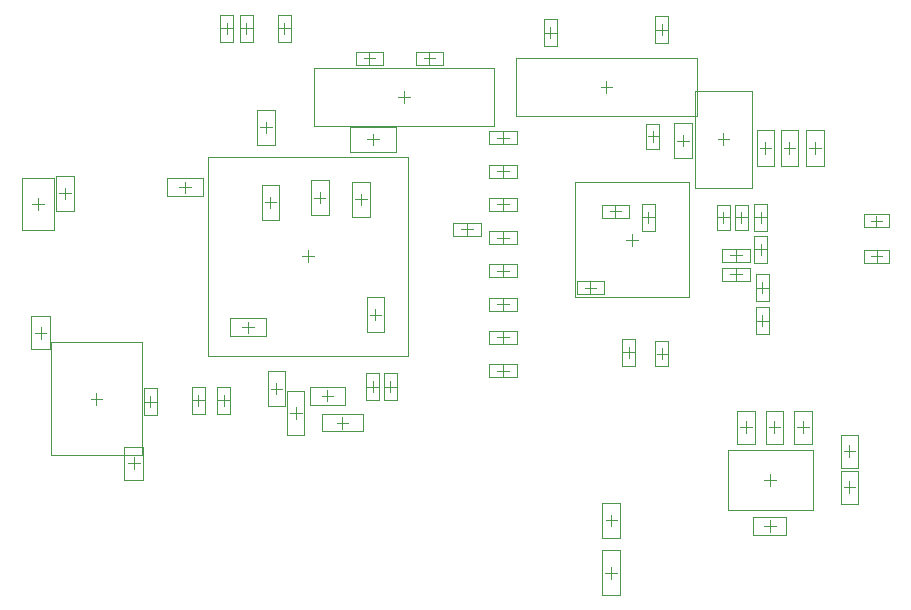
<source format=gbr>
%TF.GenerationSoftware,Altium Limited,Altium Designer,18.1.6 (161)*%
G04 Layer_Color=32768*
%FSLAX26Y26*%
%MOIN*%
%TF.FileFunction,Other,Mechanical_15*%
%TF.Part,Single*%
G01*
G75*
%TA.AperFunction,NonConductor*%
%ADD53C,0.003937*%
%ADD71C,0.001968*%
D53*
X1995315Y2460000D02*
X2034685D01*
X2015000Y2440315D02*
Y2479685D01*
X3727284Y3550000D02*
X3762717D01*
X3745000Y3532283D02*
Y3567716D01*
X4490000Y3250000D02*
Y3285433D01*
X4472283Y3267716D02*
X4507717D01*
X4490591Y3131889D02*
Y3167323D01*
X4472874Y3149606D02*
X4508307D01*
X3585315Y2095000D02*
X3624685D01*
X3605000Y2075315D02*
Y2114685D01*
X1703543Y2875315D02*
Y2914685D01*
X1683858Y2895000D02*
X1723228D01*
X2710000Y2575315D02*
Y2614685D01*
X2690315Y2595000D02*
X2729685D01*
X2534606Y2627520D02*
X2573976D01*
X2554291Y2607835D02*
Y2647205D01*
X4115315Y2250000D02*
X4154685D01*
X4135000Y2230315D02*
Y2269685D01*
X4400000Y2480315D02*
Y2519685D01*
X4380315Y2500000D02*
X4419685D01*
X4400000Y2360315D02*
Y2399685D01*
X4380315Y2380000D02*
X4419685D01*
X4136496Y2385315D02*
Y2424685D01*
X4116811Y2405000D02*
X4156181D01*
X4055000Y2560315D02*
Y2599685D01*
X4035315Y2580000D02*
X4074685D01*
X4150000Y2560315D02*
Y2599685D01*
X4130315Y2580000D02*
X4169685D01*
X4245000Y2560315D02*
Y2599685D01*
X4225315Y2580000D02*
X4264685D01*
X2895315Y3680000D02*
X2934685D01*
X2915000Y3660315D02*
Y3699685D01*
X4040000Y3262283D02*
Y3297716D01*
X4022284Y3280000D02*
X4057717D01*
X1890000Y2655315D02*
Y2694685D01*
X1870315Y2675000D02*
X1909685D01*
X3980000Y3262283D02*
Y3297716D01*
X3962284Y3280000D02*
X3997717D01*
X2595000Y3130000D02*
Y3169370D01*
X2575315Y3149685D02*
X2614685D01*
X3980000Y3520315D02*
Y3559685D01*
X3960315Y3540000D02*
X3999685D01*
X1695000Y3303425D02*
Y3342795D01*
X1675315Y3323110D02*
X1714685D01*
X3655157Y3205000D02*
X3694528D01*
X3674843Y3185315D02*
Y3224685D01*
X3775000Y2807284D02*
Y2842717D01*
X3757283Y2825000D02*
X3792716D01*
X3570315Y3715000D02*
X3609685D01*
X3590000Y3695315D02*
Y3734685D01*
D71*
X1983504Y2404882D02*
Y2515118D01*
X2046496Y2404882D02*
Y2515118D01*
X1983504D02*
X2046496D01*
X1983504Y2404882D02*
X2046496D01*
X3125000Y3221299D02*
Y3258701D01*
X3106299Y3240000D02*
X3143701D01*
X3079724Y3218347D02*
X3170276D01*
X3079724Y3261654D02*
X3170276D01*
Y3218347D02*
Y3261654D01*
X3079724Y3218347D02*
Y3261654D01*
X3245000Y2749685D02*
Y2787086D01*
X3226299Y2768386D02*
X3263701D01*
X3199724Y2746732D02*
X3290276D01*
X3199724Y2790039D02*
X3290276D01*
Y2746732D02*
Y2790039D01*
X3199724Y2746732D02*
Y2790039D01*
X3245000Y2860630D02*
Y2898031D01*
X3226299Y2879331D02*
X3263701D01*
X3199724Y2857677D02*
X3290276D01*
X3199724Y2900984D02*
X3290276D01*
Y2857677D02*
Y2900984D01*
X3199724Y2857677D02*
Y2900984D01*
X3245000Y2971575D02*
Y3008976D01*
X3226299Y2990275D02*
X3263701D01*
X3199724Y2968622D02*
X3290276D01*
X3199724Y3011929D02*
X3290276D01*
Y2968622D02*
Y3011929D01*
X3199724Y2968622D02*
Y3011929D01*
X3245000Y3082519D02*
Y3119921D01*
X3226299Y3101220D02*
X3263701D01*
X3199724Y3079567D02*
X3290276D01*
X3199724Y3122874D02*
X3290276D01*
Y3079567D02*
Y3122874D01*
X3199724Y3079567D02*
Y3122874D01*
X3245000Y3193464D02*
Y3230866D01*
X3226299Y3212165D02*
X3263701D01*
X3199724Y3190512D02*
X3290276D01*
X3199724Y3233819D02*
X3290276D01*
Y3190512D02*
Y3233819D01*
X3199724Y3190512D02*
Y3233819D01*
X3245000Y3304409D02*
Y3341811D01*
X3226299Y3323110D02*
X3263701D01*
X3199724Y3301456D02*
X3290276D01*
X3199724Y3344764D02*
X3290276D01*
Y3301456D02*
Y3344764D01*
X3199724Y3301456D02*
Y3344764D01*
X3245000Y3526299D02*
Y3563701D01*
X3226299Y3545000D02*
X3263701D01*
X3199724Y3523346D02*
X3290276D01*
X3199724Y3566653D02*
X3290276D01*
Y3523346D02*
Y3566653D01*
X3199724Y3523346D02*
Y3566653D01*
X3245000Y3415354D02*
Y3452756D01*
X3226299Y3434055D02*
X3263701D01*
X3199724Y3412401D02*
X3290276D01*
X3199724Y3455709D02*
X3290276D01*
Y3412401D02*
Y3455709D01*
X3199724Y3412401D02*
Y3455709D01*
X3766654Y3508661D02*
Y3591338D01*
X3723347Y3508661D02*
Y3591338D01*
X3766654D01*
X3723347Y3508661D02*
X3766654D01*
X3815472Y3475945D02*
X3874528D01*
X3815472Y3594055D02*
X3874528D01*
X3815472Y3475945D02*
Y3594055D01*
X3874528Y3475945D02*
Y3594055D01*
X3845000Y3516299D02*
Y3553701D01*
X3826299Y3535000D02*
X3863701D01*
X4448661Y3246063D02*
X4531338D01*
X4448661Y3289370D02*
X4531338D01*
Y3246063D02*
Y3289370D01*
X4448661Y3246063D02*
Y3289370D01*
X4449252Y3127952D02*
X4531929D01*
X4449252Y3171260D02*
X4531929D01*
Y3127952D02*
Y3171260D01*
X4449252Y3127952D02*
Y3171260D01*
X3576575Y2210945D02*
X3635630D01*
X3576575Y2329055D02*
X3635630D01*
X3576575Y2210945D02*
Y2329055D01*
X3635630Y2210945D02*
Y2329055D01*
X3606102Y2251299D02*
Y2288701D01*
X3587402Y2270000D02*
X3624803D01*
X3633543Y2020197D02*
Y2169803D01*
X3576457Y2020197D02*
X3633543D01*
X3576457Y2169803D02*
X3633543D01*
X3576457Y2020197D02*
Y2169803D01*
X1672047Y2950118D02*
X1735039D01*
X1672047Y2839882D02*
X1735039D01*
Y2950118D01*
X1672047Y2839882D02*
Y2950118D01*
X2811535Y3521299D02*
Y3558701D01*
X2792834Y3540000D02*
X2830236D01*
X2734764Y3498662D02*
X2888307D01*
X2734764Y3581339D02*
X2888307D01*
X2734764Y3498662D02*
Y3581339D01*
X2888307Y3498662D02*
Y3581339D01*
X2660000Y2666299D02*
Y2703701D01*
X2641299Y2685000D02*
X2678701D01*
X2600945Y2714528D02*
X2719055D01*
X2600945Y2655472D02*
X2719055D01*
X2600945D02*
Y2714528D01*
X2719055Y2655472D02*
Y2714528D01*
X2641102Y2623543D02*
X2778898D01*
Y2566457D02*
Y2623543D01*
X2641102Y2566457D02*
Y2623543D01*
Y2566457D02*
X2778898D01*
X2582835Y2552717D02*
Y2702323D01*
X2525748Y2552717D02*
X2582835D01*
X2525748Y2702323D02*
X2582835D01*
X2525748Y2552717D02*
Y2702323D01*
X2471299Y2708504D02*
X2508701D01*
X2490000Y2689803D02*
Y2727205D01*
X2519528Y2649449D02*
Y2767559D01*
X2460472Y2649449D02*
Y2767559D01*
X2519528D01*
X2460472Y2649449D02*
X2519528D01*
X4079882Y2220472D02*
Y2279528D01*
X4190118Y2220472D02*
Y2279528D01*
X4079882D02*
X4190118D01*
X4079882Y2220472D02*
X4190118D01*
X4370472Y2444882D02*
X4429528D01*
X4370472Y2555118D02*
X4429528D01*
X4370472Y2444882D02*
Y2555118D01*
X4429528Y2444882D02*
Y2555118D01*
X4370472Y2324882D02*
X4429528D01*
X4370472Y2435118D02*
X4429528D01*
X4370472Y2324882D02*
Y2435118D01*
X4429528Y2324882D02*
Y2435118D01*
X3994764Y2304606D02*
X4278228D01*
X3994764Y2505394D02*
X4278228D01*
Y2304606D02*
Y2505394D01*
X3994764Y2304606D02*
Y2505394D01*
X4025472Y2635118D02*
X4084528D01*
X4025472Y2524881D02*
X4084528D01*
Y2635118D01*
X4025472Y2524881D02*
Y2635118D01*
X4120472Y2635118D02*
X4179528D01*
X4120472Y2524882D02*
X4179528D01*
Y2635118D01*
X4120472Y2524882D02*
Y2635118D01*
X4215472D02*
X4274528D01*
X4215472Y2524882D02*
X4274528D01*
Y2635118D01*
X4215472Y2524882D02*
Y2635118D01*
X3646457Y2830000D02*
X3683858D01*
X3665157Y2811299D02*
Y2848701D01*
X3686811Y2784724D02*
Y2875276D01*
X3643504Y2784724D02*
Y2875276D01*
X3686811D01*
X3643504Y2784724D02*
X3686811D01*
X2613819Y3583543D02*
X3216181D01*
Y3776457D01*
X2613819Y3583543D02*
Y3776457D01*
X3216181D01*
X2954724Y3788346D02*
Y3831653D01*
X3045276Y3788346D02*
Y3831653D01*
X2954724D02*
X3045276D01*
X2954724Y3788346D02*
X3045276D01*
X2981299Y3810000D02*
X3018701D01*
X3000000Y3791299D02*
Y3828701D01*
X2845276Y3788346D02*
Y3831653D01*
X2754724Y3788346D02*
Y3831653D01*
Y3788346D02*
X2845276D01*
X2754724Y3831653D02*
X2845276D01*
X2781299Y3810000D02*
X2818701D01*
X2800000Y3791299D02*
Y3828701D01*
X2051299Y2665000D02*
X2088701D01*
X2070000Y2646299D02*
Y2683701D01*
X2048347Y2619724D02*
Y2710276D01*
X2091654Y2619724D02*
Y2710276D01*
X2048347Y2619724D02*
X2091654D01*
X2048347Y2710276D02*
X2091654D01*
X2371299Y3910000D02*
X2408701D01*
X2390000Y3891299D02*
Y3928701D01*
X2411653Y3864724D02*
Y3955276D01*
X2368346Y3864724D02*
Y3955276D01*
X2411653D01*
X2368346Y3864724D02*
X2411653D01*
X2497559Y3910000D02*
X2534961D01*
X2516260Y3891299D02*
Y3928701D01*
X2537913Y3864724D02*
Y3955276D01*
X2494606Y3864724D02*
Y3955276D01*
X2537913D01*
X2494606Y3864724D02*
X2537913D01*
X4018347Y3238661D02*
X4061654D01*
X4018347Y3321338D02*
X4061654D01*
X4018347Y3238661D02*
Y3321338D01*
X4061654Y3238661D02*
Y3321338D01*
X2742638Y3280945D02*
X2801693D01*
X2742638Y3399055D02*
X2801693D01*
Y3280945D02*
Y3399055D01*
X2742638Y3280945D02*
Y3399055D01*
X2772165Y3321299D02*
Y3358701D01*
X2753465Y3340000D02*
X2790866D01*
X2604843Y3285945D02*
X2663898D01*
X2604843Y3404055D02*
X2663898D01*
Y3285945D02*
Y3404055D01*
X2604843Y3285945D02*
Y3404055D01*
X2634370Y3326299D02*
Y3363701D01*
X2615669Y3345000D02*
X2653071D01*
X2790472Y3014055D02*
X2849528D01*
X2790472Y2895945D02*
X2849528D01*
X2790472D02*
Y3014055D01*
X2849528Y2895945D02*
Y3014055D01*
X2820000Y2936299D02*
Y2973701D01*
X2801299Y2955000D02*
X2838701D01*
X2440472Y3270945D02*
X2499528D01*
X2440472Y3389055D02*
X2499528D01*
Y3270945D02*
Y3389055D01*
X2440472Y3270945D02*
Y3389055D01*
X2470000Y3311299D02*
Y3348701D01*
X2451299Y3330000D02*
X2488701D01*
X2454055Y2883858D02*
Y2942913D01*
X2335945Y2883858D02*
Y2942913D01*
X2454055D01*
X2335945Y2883858D02*
X2454055D01*
X2376299Y2913385D02*
X2413701D01*
X2395000Y2894685D02*
Y2932086D01*
X1738425Y2863976D02*
X2041575D01*
X1738425Y2486024D02*
X2041575D01*
Y2863976D01*
X1738425Y2486024D02*
Y2863976D01*
X3581063Y3023347D02*
Y3066654D01*
X3490512Y3023347D02*
Y3066654D01*
X3581063D01*
X3490512Y3023347D02*
X3581063D01*
X3517086Y3045000D02*
X3554488D01*
X3535787Y3026299D02*
Y3063701D01*
X3958347Y3238661D02*
X4001654D01*
X3958347Y3321338D02*
X4001654D01*
X3958347Y3238661D02*
Y3321338D01*
X4001654Y3238661D02*
Y3321338D01*
X2293347Y2715276D02*
X2336654D01*
X2293347Y2624724D02*
X2336654D01*
Y2715276D01*
X2293347Y2624724D02*
Y2715276D01*
X2315000Y2651299D02*
Y2688701D01*
X2296299Y2670000D02*
X2333701D01*
X2208347Y2715276D02*
X2251654D01*
X2208347Y2624724D02*
X2251654D01*
Y2715276D01*
X2208347Y2624724D02*
Y2715276D01*
X2230000Y2651299D02*
Y2688701D01*
X2211299Y2670000D02*
X2248701D01*
X4083347Y3325276D02*
X4126654D01*
X4083347Y3234724D02*
X4126654D01*
Y3325276D01*
X4083347Y3234724D02*
Y3325276D01*
X4105000Y3261299D02*
Y3298701D01*
X4086299Y3280000D02*
X4123701D01*
X4088347Y3090276D02*
X4131654D01*
X4088347Y2999724D02*
X4131654D01*
Y3090276D01*
X4088347Y2999724D02*
Y3090276D01*
X4110000Y3026299D02*
Y3063701D01*
X4091299Y3045000D02*
X4128701D01*
X4088346Y2889724D02*
X4131654D01*
X4088346Y2980276D02*
X4131654D01*
X4088346Y2889724D02*
Y2980276D01*
X4131654Y2889724D02*
Y2980276D01*
X4110000Y2916299D02*
Y2953701D01*
X4091299Y2935000D02*
X4128701D01*
X4083347Y3127165D02*
X4126654D01*
X4083347Y3217716D02*
X4126654D01*
X4083347Y3127165D02*
Y3217716D01*
X4126654Y3127165D02*
Y3217716D01*
X4105000Y3153740D02*
Y3191142D01*
X4086299Y3172441D02*
X4123701D01*
X2303346Y3864724D02*
X2346653D01*
X2303346Y3955276D02*
X2346653D01*
X2303346Y3864724D02*
Y3955276D01*
X2346653Y3864724D02*
Y3955276D01*
X2325000Y3891299D02*
Y3928701D01*
X2306299Y3910000D02*
X2343701D01*
X2792520Y2715000D02*
X2829921D01*
X2811220Y2696299D02*
Y2733701D01*
X2789567Y2669724D02*
Y2760276D01*
X2832874Y2669724D02*
Y2760276D01*
X2789567D02*
X2832874D01*
X2789567Y2669724D02*
X2832874D01*
X2851299Y2715000D02*
X2888701D01*
X2870000Y2696299D02*
Y2733701D01*
X2848347Y2669724D02*
Y2760276D01*
X2891654Y2669724D02*
Y2760276D01*
X2848347D02*
X2891654D01*
X2848347Y2669724D02*
X2891654D01*
X1766299Y3360000D02*
X1803701D01*
X1785000Y3341299D02*
Y3378701D01*
X1755472Y3300945D02*
Y3419055D01*
X1814527Y3300945D02*
Y3419055D01*
X1755472Y3300945D02*
X1814527D01*
X1755472Y3419055D02*
X1814527D01*
X2262323Y3482362D02*
X2927677D01*
X2262323Y2817008D02*
X2927677D01*
Y3482362D01*
X2262323Y2817008D02*
Y3482362D01*
X3976418Y3067697D02*
Y3111004D01*
X4066969Y3067697D02*
Y3111004D01*
X3976418Y3067697D02*
X4066969D01*
X3976418Y3111004D02*
X4066969D01*
X4002992Y3089350D02*
X4040394D01*
X4021693Y3070649D02*
Y3108051D01*
X3976418Y3132224D02*
Y3175531D01*
X4066969Y3132224D02*
Y3175531D01*
X3976418Y3132224D02*
X4066969D01*
X3976418Y3175531D02*
X4066969D01*
X4002992Y3153878D02*
X4040394D01*
X4021693Y3135177D02*
Y3172579D01*
X3708346Y3325276D02*
X3751653D01*
X3708346Y3234724D02*
X3751653D01*
X3708346D02*
Y3325276D01*
X3751653Y3234724D02*
Y3325276D01*
X3730000Y3261299D02*
Y3298701D01*
X3711299Y3280000D02*
X3748701D01*
X3574724Y3278346D02*
Y3321653D01*
X3665276Y3278346D02*
Y3321653D01*
X3574724Y3278346D02*
X3665276D01*
X3574724Y3321653D02*
X3665276D01*
X3601299Y3300000D02*
X3638701D01*
X3620000Y3281299D02*
Y3318701D01*
X4255472Y3570039D02*
X4314528D01*
X4255472Y3451929D02*
X4314528D01*
X4255472D02*
Y3570039D01*
X4314528Y3451929D02*
Y3570039D01*
X4285000Y3492284D02*
Y3529685D01*
X4266299Y3510984D02*
X4303701D01*
X3885512Y3378583D02*
X4074488D01*
X3885512Y3701417D02*
X4074488D01*
Y3378583D02*
Y3701417D01*
X3885512Y3378583D02*
Y3701417D01*
X4090472Y3570039D02*
X4149528D01*
X4090472Y3451929D02*
X4149528D01*
X4090472D02*
Y3570039D01*
X4149528Y3451929D02*
Y3570039D01*
X4120000Y3492284D02*
Y3529685D01*
X4101299Y3510984D02*
X4138701D01*
X4170472Y3570039D02*
X4229528D01*
X4170472Y3451929D02*
X4229528D01*
X4170472D02*
Y3570039D01*
X4229528Y3451929D02*
Y3570039D01*
X4200000Y3492284D02*
Y3529685D01*
X4181299Y3510984D02*
X4218701D01*
X2425472Y3639055D02*
X2484528D01*
X2425472Y3520945D02*
X2484528D01*
Y3639055D01*
X2425472Y3520945D02*
Y3639055D01*
X2455000Y3561299D02*
Y3598701D01*
X2436299Y3580000D02*
X2473701D01*
X2125945Y3350472D02*
Y3409528D01*
X2244055Y3350472D02*
Y3409528D01*
X2125945D02*
X2244055D01*
X2125945Y3350472D02*
X2244055D01*
X2166299Y3380000D02*
X2203701D01*
X2185000Y3361299D02*
Y3398701D01*
X1748150Y3236496D02*
Y3409724D01*
X1641850D02*
X1748150D01*
X1641850Y3236496D02*
Y3409724D01*
Y3236496D02*
X1748150D01*
X3865787Y3014055D02*
Y3395945D01*
X3483898Y3014055D02*
Y3395945D01*
X3865787D01*
X3483898Y3014055D02*
X3865787D01*
X3753346Y2866339D02*
X3796653D01*
X3753346Y2783662D02*
X3796653D01*
Y2866339D01*
X3753346Y2783662D02*
Y2866339D01*
X3288819Y3811457D02*
X3891181D01*
X3288819Y3618543D02*
Y3811457D01*
X3891181Y3618543D02*
Y3811457D01*
X3288819Y3618543D02*
X3891181D01*
X3381339Y3940276D02*
X3424646D01*
X3381339Y3849724D02*
X3424646D01*
Y3940276D01*
X3381339Y3849724D02*
Y3940276D01*
X3402992Y3876299D02*
Y3913701D01*
X3384291Y3895000D02*
X3421693D01*
X3753347Y3950276D02*
X3796654D01*
X3753347Y3859724D02*
X3796654D01*
Y3950276D01*
X3753347Y3859724D02*
Y3950276D01*
X3775000Y3886299D02*
Y3923701D01*
X3756299Y3905000D02*
X3793701D01*
%TF.MD5,31e2a4298af1a35e3442f3fe0e057b0f*%
M02*

</source>
